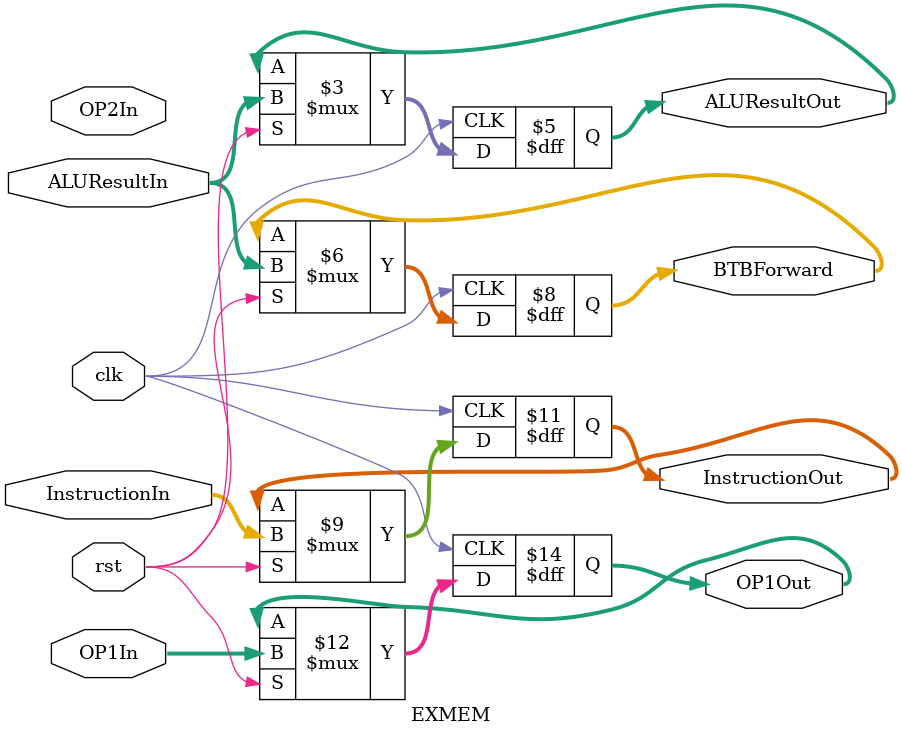
<source format=v>
module EXMEM(input [15:0]InstructionIn, OP1In, OP2In,
			input [31:0] ALUResultIn,
			input clk, rst,
			output reg [31:0] ALUResultOut, BTBForward,
			output reg [15:0] InstructionOut, OP1Out);
						   
always @(posedge clk, negedge rst)
begin
	
	if(!rst)
	begin

	end
	else
	begin
		OP1Out<=OP1In;
		ALUResultOut<=ALUResultIn;
		InstructionOut<=InstructionIn;
		BTBForward <= ALUResultIn;
	end
end
endmodule

</source>
